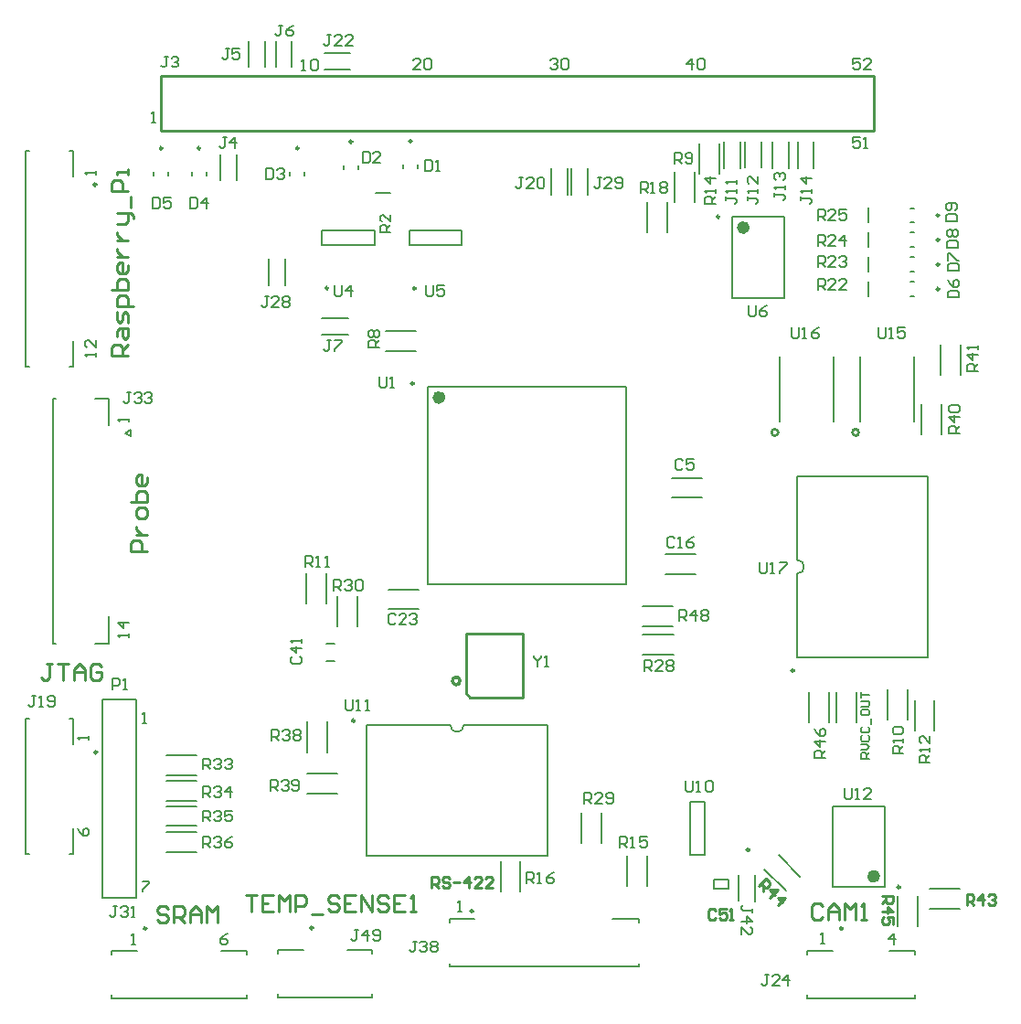
<source format=gto>
G04*
G04 #@! TF.GenerationSoftware,Altium Limited,Altium Designer,21.1.1 (26)*
G04*
G04 Layer_Color=65280*
%FSLAX44Y44*%
%MOMM*%
G71*
G04*
G04 #@! TF.SameCoordinates,DA55104B-334F-46BF-AAC2-A5A3D9E97D21*
G04*
G04*
G04 #@! TF.FilePolarity,Positive*
G04*
G01*
G75*
%ADD10C,0.2500*%
%ADD11C,0.6000*%
%ADD12C,0.3000*%
%ADD13C,0.2000*%
%ADD14C,0.2540*%
%ADD15C,0.1500*%
%ADD16C,0.1270*%
%ADD17C,0.1700*%
D10*
X368720Y34878D02*
G03*
X368720Y34878I-1250J0D01*
G01*
X764208Y57179D02*
G03*
X764208Y57179I-1250J0D01*
G01*
X256774Y747498D02*
G03*
X256774Y747498I-1250J0D01*
G01*
X116058Y741388D02*
G03*
X116058Y741388I-1250J0D01*
G01*
X81006D02*
G03*
X81006Y741388I-1250J0D01*
G01*
X311892Y747992D02*
G03*
X311892Y747992I-1250J0D01*
G01*
X207244Y741388D02*
G03*
X207244Y741388I-1250J0D01*
G01*
X800462Y610958D02*
G03*
X800462Y610958I-1250J0D01*
G01*
Y633733D02*
G03*
X800462Y633733I-1250J0D01*
G01*
Y656509D02*
G03*
X800462Y656509I-1250J0D01*
G01*
Y679284D02*
G03*
X800462Y679284I-1250J0D01*
G01*
X66125Y19000D02*
G03*
X66125Y19000I-1250J0D01*
G01*
X20374Y182085D02*
G03*
X20374Y182085I-1250J0D01*
G01*
X711000Y19000D02*
G03*
X711000Y19000I-1250J0D01*
G01*
X234559Y611894D02*
G03*
X234559Y611894I-1250J0D01*
G01*
X315582Y611717D02*
G03*
X315582Y611717I-1250J0D01*
G01*
X624611Y91790D02*
G03*
X624611Y91790I-1250J0D01*
G01*
X19750Y707750D02*
G03*
X19750Y707750I-1250J0D01*
G01*
X596968Y677922D02*
G03*
X596968Y677922I-1250J0D01*
G01*
X313842Y523594D02*
G03*
X313842Y523594I-1250J0D01*
G01*
X259084Y211304D02*
G03*
X259084Y211304I-1250J0D01*
G01*
X666087Y257770D02*
G03*
X666087Y257770I-1250J0D01*
G01*
X220398Y19470D02*
G03*
X220398Y19470I-1250J0D01*
G01*
D11*
X742708Y67179D02*
G03*
X742708Y67179I-3000J0D01*
G01*
X621968Y667922D02*
G03*
X621968Y667922I-3000J0D01*
G01*
X340092Y510594D02*
G03*
X340092Y510594I-3000J0D01*
G01*
D12*
X356505Y248135D02*
G03*
X356505Y248135I-3455J0D01*
G01*
D13*
X347484Y207304D02*
G03*
X360184Y207304I6350J0D01*
G01*
X668837Y347420D02*
G03*
X668837Y360120I0J6350D01*
G01*
X346970Y27378D02*
X369970D01*
X497970D02*
X521970D01*
Y-16622D02*
Y-13372D01*
Y24128D02*
Y27378D01*
X346970Y-16622D02*
X521970D01*
X346970D02*
Y-13372D01*
Y24128D02*
Y27378D01*
X762109Y20845D02*
Y48927D01*
X780692Y20845D02*
Y48927D01*
X791234Y55458D02*
X819316D01*
X791234Y36875D02*
X819316D01*
X638502Y73805D02*
X658359Y53948D01*
X651641Y86944D02*
X671498Y67087D01*
X701708Y132179D02*
X749707D01*
X701708Y57179D02*
X749707D01*
X701708D02*
Y132179D01*
X749707Y57179D02*
Y132179D01*
X248774Y721998D02*
Y725498D01*
X262274Y721998D02*
Y725498D01*
X108058Y715888D02*
Y719388D01*
X121558Y715888D02*
Y719388D01*
X73006Y715888D02*
Y719388D01*
X86506Y715888D02*
Y719388D01*
X303892Y722492D02*
Y725992D01*
X317392Y722492D02*
Y725992D01*
X199244Y715888D02*
Y719388D01*
X212744Y715888D02*
Y719388D01*
X773712Y617708D02*
X777212D01*
X773712Y604208D02*
X777212D01*
X773712Y640483D02*
X777212D01*
X773712Y626983D02*
X777212D01*
X773712Y663259D02*
X777212D01*
X773712Y649759D02*
X777212D01*
X773712Y686034D02*
X777212D01*
X773712Y672534D02*
X777212D01*
X33750Y-5250D02*
Y-2000D01*
Y-46000D02*
Y-42750D01*
Y-46000D02*
X158750D01*
Y-5250D02*
Y-2000D01*
Y-46000D02*
Y-42750D01*
X135250Y-2000D02*
X158750D01*
X33750D02*
X57250D01*
X-5126Y213210D02*
X-1876D01*
X-45876D02*
X-42626D01*
X-45876Y88210D02*
Y213210D01*
X-5126Y88210D02*
X-1876D01*
X-45876D02*
X-42626D01*
X-1876D02*
Y111710D01*
Y189710D02*
Y213210D01*
X678250Y-2000D02*
X701500D01*
X754500D02*
X777750D01*
Y-46000D02*
Y-42750D01*
Y-5250D02*
Y-2000D01*
X678250Y-46000D02*
X777750D01*
X678250D02*
Y-42750D01*
Y-5250D02*
Y-2000D01*
X228359Y651884D02*
X277359D01*
Y665465D01*
X228359D02*
X277359D01*
X228359Y651884D02*
Y665465D01*
X309382Y651708D02*
X358382D01*
Y665289D01*
X309382D02*
X358382D01*
X309382Y651708D02*
Y665289D01*
X583370Y86840D02*
Y135840D01*
X569790D02*
X583370D01*
X569790Y86840D02*
Y135840D01*
Y86840D02*
X583370D01*
X-5250Y739000D02*
X-2000D01*
X-46000D02*
X-42750D01*
X-46000Y539000D02*
Y739000D01*
X-5250Y539000D02*
X-2000D01*
X-46000D02*
X-42750D01*
X-2000D02*
Y562500D01*
Y715500D02*
Y739000D01*
X608968Y602922D02*
X656968D01*
X608968Y677922D02*
X656968D01*
Y602922D02*
Y677922D01*
X608968Y602922D02*
Y677922D01*
X232728Y266662D02*
X240728D01*
X232728Y282662D02*
X240728D01*
X327092Y337594D02*
Y520594D01*
X510092Y337594D02*
Y520594D01*
X327092D02*
X510092D01*
X327092Y337594D02*
X510092D01*
X25400Y47226D02*
X56896D01*
X25400D02*
Y230720D01*
X56896D01*
Y205574D02*
Y230720D01*
Y47226D02*
Y205574D01*
X525963Y291319D02*
X554045D01*
X525963Y272737D02*
X554045D01*
X468737Y97690D02*
Y125772D01*
X487319Y97690D02*
Y125772D01*
X261767Y298467D02*
Y326549D01*
X243185Y298467D02*
Y326549D01*
X84511Y155683D02*
X112593D01*
X84511Y137101D02*
X112593D01*
X84765Y108439D02*
X112847D01*
X84765Y89857D02*
X112847D01*
X233888Y182190D02*
Y210272D01*
X215305Y182190D02*
Y210272D01*
X214813Y143705D02*
X242895D01*
X214813Y162287D02*
X242895D01*
X287965Y572497D02*
X316047D01*
X287965Y553915D02*
X316047D01*
X596824Y717515D02*
Y745597D01*
X578242Y717515D02*
Y745597D01*
X529697Y663211D02*
Y691293D01*
X548279Y663211D02*
Y691293D01*
X802787Y476775D02*
Y504857D01*
X784205Y476775D02*
Y504857D01*
X820567Y531756D02*
Y559838D01*
X801985Y531756D02*
Y559838D01*
X704851Y210060D02*
Y238142D01*
X723433Y210060D02*
Y238142D01*
X698308Y209821D02*
Y237903D01*
X679726Y209821D02*
Y237903D01*
X84765Y132315D02*
X112847D01*
X84765Y113733D02*
X112847D01*
X525572Y298645D02*
X553654D01*
X525572Y317227D02*
X553654D01*
X84511Y179051D02*
X112593D01*
X84511Y160469D02*
X112593D01*
X213779Y320049D02*
Y348131D01*
X232361Y320049D02*
Y348131D01*
X574143Y691651D02*
Y719733D01*
X555561Y691651D02*
Y719733D01*
X510924Y57929D02*
Y86011D01*
X529506Y57929D02*
Y86011D01*
X412643Y52849D02*
Y80931D01*
X394061Y52849D02*
Y80931D01*
X752455Y212129D02*
Y240211D01*
X771037Y212129D02*
Y240211D01*
X796162Y202455D02*
Y230537D01*
X777580Y202455D02*
Y230537D01*
X552470Y417747D02*
X580592D01*
X552470Y435869D02*
X580592D01*
X547025Y347389D02*
X575147D01*
X547025Y365511D02*
X575147D01*
X290485Y332745D02*
X318607D01*
X290485Y314623D02*
X318607D01*
X269834Y207304D02*
X347484D01*
X360184D02*
X437834D01*
X269834Y86304D02*
X437834D01*
X269834D02*
Y207304D01*
X437834Y86304D02*
Y207304D01*
X668837Y269770D02*
Y347420D01*
Y360120D02*
Y437770D01*
X789837Y269770D02*
Y437770D01*
X668837Y269770D02*
X789837D01*
X668837Y437770D02*
X789837D01*
X727243Y488228D02*
Y548228D01*
X777343Y488228D02*
Y548228D01*
X652435Y488228D02*
Y548228D01*
X702535Y488228D02*
Y548228D01*
X278599Y700118D02*
X292100D01*
X734432Y604100D02*
Y617601D01*
Y627045D02*
Y640545D01*
Y649989D02*
Y663490D01*
Y672934D02*
Y686435D01*
X591932Y55905D02*
Y64033D01*
X605432D01*
Y55905D02*
Y64033D01*
X591932Y55905D02*
X605432D01*
X188148Y-4530D02*
Y-1280D01*
Y-45280D02*
Y-42030D01*
Y-45280D02*
X275148D01*
Y-4530D02*
Y-1280D01*
Y-45280D02*
Y-42030D01*
X251898Y-1280D02*
X275148D01*
X188148D02*
X211398D01*
X49816Y288346D02*
Y291678D01*
Y290012D01*
X39819D01*
X41485Y288346D01*
X49816Y301675D02*
X39819D01*
X44818Y296677D01*
Y303341D01*
X49816Y487990D02*
Y491322D01*
Y489656D01*
X39819D01*
X41485Y487990D01*
X2753Y111414D02*
X4419Y108082D01*
X7752Y104750D01*
X11084D01*
X12750Y106416D01*
Y109748D01*
X11084Y111414D01*
X9418D01*
X7752Y109748D01*
Y104750D01*
X727485Y751479D02*
X720820D01*
Y746480D01*
X724152Y748147D01*
X725818D01*
X727485Y746480D01*
Y743148D01*
X725818Y741482D01*
X722486D01*
X720820Y743148D01*
X730817Y741482D02*
X734149D01*
X732483D01*
Y751479D01*
X730817Y749813D01*
X727485Y824377D02*
X720820D01*
Y819378D01*
X724152Y821044D01*
X725818D01*
X727485Y819378D01*
Y816046D01*
X725818Y814380D01*
X722486D01*
X720820Y816046D01*
X737481Y814380D02*
X730817D01*
X737481Y821044D01*
Y822711D01*
X735815Y824377D01*
X732483D01*
X730817Y822711D01*
X571640Y814380D02*
Y824377D01*
X566642Y819378D01*
X573307D01*
X576639Y822711D02*
X578305Y824377D01*
X581637D01*
X583303Y822711D01*
Y816046D01*
X581637Y814380D01*
X578305D01*
X576639Y816046D01*
Y822711D01*
X440150D02*
X441816Y824377D01*
X445148D01*
X446814Y822711D01*
Y821044D01*
X445148Y819378D01*
X443482D01*
X445148D01*
X446814Y817712D01*
Y816046D01*
X445148Y814380D01*
X441816D01*
X440150Y816046D01*
X450147Y822711D02*
X451813Y824377D01*
X455145D01*
X456811Y822711D01*
Y816046D01*
X455145Y814380D01*
X451813D01*
X450147Y816046D01*
Y822711D01*
X320069Y814380D02*
X313404D01*
X320069Y821044D01*
Y822711D01*
X318402Y824377D01*
X315070D01*
X313404Y822711D01*
X323401D02*
X325067Y824377D01*
X328399D01*
X330065Y822711D01*
Y816046D01*
X328399Y814380D01*
X325067D01*
X323401Y816046D01*
Y822711D01*
X209772Y813872D02*
X213104D01*
X211438D01*
Y823869D01*
X209772Y822203D01*
X218103D02*
X219769Y823869D01*
X223101D01*
X224767Y822203D01*
Y815538D01*
X223101Y813872D01*
X219769D01*
X218103Y815538D01*
Y822203D01*
X19243Y717009D02*
Y720341D01*
Y718675D01*
X9246D01*
X10912Y717009D01*
X19243Y548353D02*
Y551685D01*
Y550019D01*
X9246D01*
X10912Y548353D01*
X19243Y563348D02*
Y556683D01*
X12578Y563348D01*
X10912D01*
X9246Y561682D01*
Y558349D01*
X10912Y556683D01*
X12750Y193500D02*
Y196832D01*
Y195166D01*
X2753D01*
X4419Y193500D01*
X62198Y62885D02*
X68863D01*
Y61219D01*
X62198Y54554D01*
Y52888D01*
X141252Y13863D02*
X137920Y12197D01*
X134588Y8864D01*
Y5532D01*
X136254Y3866D01*
X139586D01*
X141252Y5532D01*
Y7198D01*
X139586Y8864D01*
X134588D01*
X758330Y3866D02*
Y13863D01*
X753332Y8864D01*
X759996D01*
X690848Y4882D02*
X694180D01*
X692514D01*
Y14879D01*
X690848Y13213D01*
X71342Y765612D02*
X74674D01*
X73008D01*
Y775609D01*
X71342Y773943D01*
X62198Y208844D02*
X65530D01*
X63864D01*
Y218841D01*
X62198Y217175D01*
X355060Y34854D02*
X358392D01*
X356726D01*
Y44851D01*
X355060Y43185D01*
X52038Y3866D02*
X55370D01*
X53704D01*
Y13863D01*
X52038Y12197D01*
X712665Y148983D02*
Y140652D01*
X714331Y138986D01*
X717663D01*
X719329Y140652D01*
Y148983D01*
X722661Y138986D02*
X725994D01*
X724328D01*
Y148983D01*
X722661Y147317D01*
X737657Y138986D02*
X730992D01*
X737657Y145651D01*
Y147317D01*
X735991Y148983D01*
X732658D01*
X730992Y147317D01*
X237176Y846080D02*
X233843D01*
X235509D01*
Y837750D01*
X233843Y836084D01*
X232177D01*
X230511Y837750D01*
X247172Y836084D02*
X240508D01*
X247172Y842748D01*
Y844414D01*
X245506Y846080D01*
X242174D01*
X240508Y844414D01*
X257169Y836084D02*
X250504D01*
X257169Y842748D01*
Y844414D01*
X255503Y846080D01*
X252171D01*
X250504Y844414D01*
X791869Y172419D02*
X781872D01*
Y177418D01*
X783538Y179084D01*
X786871D01*
X788537Y177418D01*
Y172419D01*
Y175752D02*
X791869Y179084D01*
Y182416D02*
Y185748D01*
Y184082D01*
X781872D01*
X783538Y182416D01*
X791869Y197411D02*
Y190747D01*
X785205Y197411D01*
X783538D01*
X781872Y195745D01*
Y192413D01*
X783538Y190747D01*
X767252Y180886D02*
X757256D01*
Y185884D01*
X758922Y187551D01*
X762254D01*
X763920Y185884D01*
Y180886D01*
Y184218D02*
X767252Y187551D01*
Y190883D02*
Y194215D01*
Y192549D01*
X757256D01*
X758922Y190883D01*
Y199214D02*
X757256Y200880D01*
Y204212D01*
X758922Y205878D01*
X765586D01*
X767252Y204212D01*
Y200880D01*
X765586Y199214D01*
X758922D01*
X565770Y155806D02*
Y147475D01*
X567436Y145809D01*
X570768D01*
X572434Y147475D01*
Y155806D01*
X575766Y145809D02*
X579099D01*
X577433D01*
Y155806D01*
X575766Y154139D01*
X584097D02*
X585763Y155806D01*
X589095D01*
X590762Y154139D01*
Y147475D01*
X589095Y145809D01*
X585763D01*
X584097Y147475D01*
Y154139D01*
X418542Y60876D02*
Y70872D01*
X423540D01*
X425206Y69206D01*
Y65874D01*
X423540Y64208D01*
X418542D01*
X421874D02*
X425206Y60876D01*
X428539D02*
X431871D01*
X430205D01*
Y70872D01*
X428539Y69206D01*
X443534Y70872D02*
X440202Y69206D01*
X436870Y65874D01*
Y62542D01*
X438536Y60876D01*
X441868D01*
X443534Y62542D01*
Y64208D01*
X441868Y65874D01*
X436870D01*
X504902Y93896D02*
Y103892D01*
X509900D01*
X511567Y102226D01*
Y98894D01*
X509900Y97228D01*
X504902D01*
X508234D02*
X511567Y93896D01*
X514899D02*
X518231D01*
X516565D01*
Y103892D01*
X514899Y102226D01*
X529894Y103892D02*
X523229D01*
Y98894D01*
X526562Y100560D01*
X528228D01*
X529894Y98894D01*
Y95562D01*
X528228Y93896D01*
X524896D01*
X523229Y95562D01*
X555154Y727160D02*
Y737156D01*
X560153D01*
X561819Y735490D01*
Y732158D01*
X560153Y730492D01*
X555154D01*
X558486D02*
X561819Y727160D01*
X565151Y728826D02*
X566817Y727160D01*
X570149D01*
X571815Y728826D01*
Y735490D01*
X570149Y737156D01*
X566817D01*
X565151Y735490D01*
Y733824D01*
X566817Y732158D01*
X571815D01*
X262575Y17532D02*
X259243D01*
X260909D01*
Y9202D01*
X259243Y7536D01*
X257577D01*
X255911Y9202D01*
X270906Y7536D02*
Y17532D01*
X265908Y12534D01*
X272572D01*
X275905Y9202D02*
X277571Y7536D01*
X280903D01*
X282569Y9202D01*
Y15866D01*
X280903Y17532D01*
X277571D01*
X275905Y15866D01*
Y14200D01*
X277571Y12534D01*
X282569D01*
X627193Y33418D02*
Y36750D01*
Y35084D01*
X618862D01*
X617196Y36750D01*
Y38416D01*
X618862Y40082D01*
X617196Y25087D02*
X627193D01*
X622195Y30086D01*
Y23421D01*
X617196Y13424D02*
Y20089D01*
X623861Y13424D01*
X625527D01*
X627193Y15090D01*
Y18423D01*
X625527Y20089D01*
X316169Y7030D02*
X312837D01*
X314503D01*
Y-1300D01*
X312837Y-2966D01*
X311171D01*
X309505Y-1300D01*
X319502Y5364D02*
X321168Y7030D01*
X324500D01*
X326166Y5364D01*
Y3698D01*
X324500Y2032D01*
X322834D01*
X324500D01*
X326166Y366D01*
Y-1300D01*
X324500Y-2966D01*
X321168D01*
X319502Y-1300D01*
X329498Y5364D02*
X331165Y7030D01*
X334497D01*
X336163Y5364D01*
Y3698D01*
X334497Y2032D01*
X336163Y366D01*
Y-1300D01*
X334497Y-2966D01*
X331165D01*
X329498Y-1300D01*
Y366D01*
X331165Y2032D01*
X329498Y3698D01*
Y5364D01*
X331165Y2032D02*
X334497D01*
X487194Y714128D02*
X483862D01*
X485528D01*
Y705798D01*
X483862Y704131D01*
X482196D01*
X480530Y705798D01*
X497191Y704131D02*
X490527D01*
X497191Y710796D01*
Y712462D01*
X495525Y714128D01*
X492193D01*
X490527Y712462D01*
X500523Y705798D02*
X502189Y704131D01*
X505522D01*
X507188Y705798D01*
Y712462D01*
X505522Y714128D01*
X502189D01*
X500523Y712462D01*
Y710796D01*
X502189Y709130D01*
X507188D01*
X179009Y604526D02*
X175677D01*
X177343D01*
Y596196D01*
X175677Y594530D01*
X174011D01*
X172345Y596196D01*
X189006Y594530D02*
X182342D01*
X189006Y601194D01*
Y602860D01*
X187340Y604526D01*
X184008D01*
X182342Y602860D01*
X192339D02*
X194005Y604526D01*
X197337D01*
X199003Y602860D01*
Y601194D01*
X197337Y599528D01*
X199003Y597862D01*
Y596196D01*
X197337Y594530D01*
X194005D01*
X192339Y596196D01*
Y597862D01*
X194005Y599528D01*
X192339Y601194D01*
Y602860D01*
X194005Y599528D02*
X197337D01*
X414667Y714058D02*
X411335D01*
X413001D01*
Y705728D01*
X411335Y704062D01*
X409669D01*
X408003Y705728D01*
X424664Y704062D02*
X418000D01*
X424664Y710726D01*
Y712392D01*
X422998Y714058D01*
X419666D01*
X418000Y712392D01*
X427996D02*
X429663Y714058D01*
X432995D01*
X434661Y712392D01*
Y705728D01*
X432995Y704062D01*
X429663D01*
X427996Y705728D01*
Y712392D01*
X236781Y563897D02*
X233449D01*
X235115D01*
Y555566D01*
X233449Y553900D01*
X231783D01*
X230117Y555566D01*
X240113Y563897D02*
X246778D01*
Y562231D01*
X240113Y555566D01*
Y553900D01*
X213198Y353992D02*
Y363988D01*
X218197D01*
X219863Y362322D01*
Y358990D01*
X218197Y357324D01*
X213198D01*
X216530D02*
X219863Y353992D01*
X223195D02*
X226527D01*
X224861D01*
Y363988D01*
X223195Y362322D01*
X231526Y353992D02*
X234858D01*
X233192D01*
Y363988D01*
X231526Y362322D01*
X51295Y515438D02*
X47963D01*
X49629D01*
Y507108D01*
X47963Y505442D01*
X46297D01*
X44631Y507108D01*
X54628Y513772D02*
X56294Y515438D01*
X59626D01*
X61292Y513772D01*
Y512106D01*
X59626Y510440D01*
X57960D01*
X59626D01*
X61292Y508774D01*
Y507108D01*
X59626Y505442D01*
X56294D01*
X54628Y507108D01*
X64625Y513772D02*
X66291Y515438D01*
X69623D01*
X71289Y513772D01*
Y512106D01*
X69623Y510440D01*
X67957D01*
X69623D01*
X71289Y508774D01*
Y507108D01*
X69623Y505442D01*
X66291D01*
X64625Y507108D01*
X-36820Y234194D02*
X-40152D01*
X-38486D01*
Y225864D01*
X-40152Y224198D01*
X-41818D01*
X-43484Y225864D01*
X-33487Y224198D02*
X-30155D01*
X-31821D01*
Y234194D01*
X-33487Y232528D01*
X-25157Y225864D02*
X-23490Y224198D01*
X-20158D01*
X-18492Y225864D01*
Y232528D01*
X-20158Y234194D01*
X-23490D01*
X-25157Y232528D01*
Y230862D01*
X-23490Y229196D01*
X-18492D01*
X118751Y166286D02*
Y176282D01*
X123749D01*
X125415Y174616D01*
Y171284D01*
X123749Y169618D01*
X118751D01*
X122083D02*
X125415Y166286D01*
X128748Y174616D02*
X130414Y176282D01*
X133746D01*
X135412Y174616D01*
Y172950D01*
X133746Y171284D01*
X132080D01*
X133746D01*
X135412Y169618D01*
Y167952D01*
X133746Y166286D01*
X130414D01*
X128748Y167952D01*
X138744Y174616D02*
X140411Y176282D01*
X143743D01*
X145409Y174616D01*
Y172950D01*
X143743Y171284D01*
X142077D01*
X143743D01*
X145409Y169618D01*
Y167952D01*
X143743Y166286D01*
X140411D01*
X138744Y167952D01*
X559949Y304208D02*
Y314204D01*
X564947D01*
X566614Y312538D01*
Y309206D01*
X564947Y307540D01*
X559949D01*
X563281D02*
X566614Y304208D01*
X574944D02*
Y314204D01*
X569946Y309206D01*
X576610D01*
X579943Y312538D02*
X581609Y314204D01*
X584941D01*
X586607Y312538D01*
Y310872D01*
X584941Y309206D01*
X586607Y307540D01*
Y305874D01*
X584941Y304208D01*
X581609D01*
X579943Y305874D01*
Y307540D01*
X581609Y309206D01*
X579943Y310872D01*
Y312538D01*
X581609Y309206D02*
X584941D01*
X634169Y357784D02*
Y349454D01*
X635835Y347788D01*
X639167D01*
X640833Y349454D01*
Y357784D01*
X644166Y347788D02*
X647498D01*
X645832D01*
Y357784D01*
X644166Y356118D01*
X652496Y357784D02*
X659161D01*
Y356118D01*
X652496Y349454D01*
Y347788D01*
X250698Y230825D02*
Y222494D01*
X252364Y220828D01*
X255697D01*
X257363Y222494D01*
Y230825D01*
X260695Y220828D02*
X264027D01*
X262361D01*
Y230825D01*
X260695Y229159D01*
X269026Y220828D02*
X272358D01*
X270692D01*
Y230825D01*
X269026Y229159D01*
X281880Y529596D02*
Y521266D01*
X283546Y519600D01*
X286878D01*
X288544Y521266D01*
Y529596D01*
X291876Y519600D02*
X295208D01*
X293542D01*
Y529596D01*
X291876Y527930D01*
X118751Y118026D02*
Y128022D01*
X123749D01*
X125415Y126356D01*
Y123024D01*
X123749Y121358D01*
X118751D01*
X122083D02*
X125415Y118026D01*
X128748Y126356D02*
X130414Y128022D01*
X133746D01*
X135412Y126356D01*
Y124690D01*
X133746Y123024D01*
X132080D01*
X133746D01*
X135412Y121358D01*
Y119692D01*
X133746Y118026D01*
X130414D01*
X128748Y119692D01*
X145409Y128022D02*
X138744D01*
Y123024D01*
X142077Y124690D01*
X143743D01*
X145409Y123024D01*
Y119692D01*
X143743Y118026D01*
X140411D01*
X138744Y119692D01*
X687965Y675048D02*
Y685044D01*
X692963D01*
X694630Y683378D01*
Y680046D01*
X692963Y678380D01*
X687965D01*
X691297D02*
X694630Y675048D01*
X704626D02*
X697962D01*
X704626Y681712D01*
Y683378D01*
X702960Y685044D01*
X699628D01*
X697962Y683378D01*
X714623Y685044D02*
X707959D01*
Y680046D01*
X711291Y681712D01*
X712957D01*
X714623Y680046D01*
Y676714D01*
X712957Y675048D01*
X709625D01*
X707959Y676714D01*
X687965Y651172D02*
Y661168D01*
X692963D01*
X694630Y659502D01*
Y656170D01*
X692963Y654504D01*
X687965D01*
X691297D02*
X694630Y651172D01*
X704626D02*
X697962D01*
X704626Y657836D01*
Y659502D01*
X702960Y661168D01*
X699628D01*
X697962Y659502D01*
X712957Y651172D02*
Y661168D01*
X707959Y656170D01*
X714623D01*
X687965Y631666D02*
Y641662D01*
X692963D01*
X694630Y639996D01*
Y636664D01*
X692963Y634998D01*
X687965D01*
X691297D02*
X694630Y631666D01*
X704626D02*
X697962D01*
X704626Y638330D01*
Y639996D01*
X702960Y641662D01*
X699628D01*
X697962Y639996D01*
X707959D02*
X709625Y641662D01*
X712957D01*
X714623Y639996D01*
Y638330D01*
X712957Y636664D01*
X711291D01*
X712957D01*
X714623Y634998D01*
Y633332D01*
X712957Y631666D01*
X709625D01*
X707959Y633332D01*
X687965Y610024D02*
Y620020D01*
X692963D01*
X694630Y618354D01*
Y615022D01*
X692963Y613356D01*
X687965D01*
X691297D02*
X694630Y610024D01*
X704626D02*
X697962D01*
X704626Y616688D01*
Y618354D01*
X702960Y620020D01*
X699628D01*
X697962Y618354D01*
X714623Y610024D02*
X707959D01*
X714623Y616688D01*
Y618354D01*
X712957Y620020D01*
X709625D01*
X707959Y618354D01*
X807040Y674001D02*
X817036D01*
Y679000D01*
X815370Y680666D01*
X808706D01*
X807040Y679000D01*
Y674001D01*
X815370Y683998D02*
X817036Y685664D01*
Y688997D01*
X815370Y690663D01*
X808706D01*
X807040Y688997D01*
Y685664D01*
X808706Y683998D01*
X810372D01*
X812038Y685664D01*
Y690663D01*
X807802Y649363D02*
X817798D01*
Y654362D01*
X816132Y656028D01*
X809468D01*
X807802Y654362D01*
Y649363D01*
X809468Y659360D02*
X807802Y661026D01*
Y664359D01*
X809468Y666025D01*
X811134D01*
X812800Y664359D01*
X814466Y666025D01*
X816132D01*
X817798Y664359D01*
Y661026D01*
X816132Y659360D01*
X814466D01*
X812800Y661026D01*
X811134Y659360D01*
X809468D01*
X812800Y661026D02*
Y664359D01*
X808564Y627773D02*
X818560D01*
Y632772D01*
X816894Y634438D01*
X810230D01*
X808564Y632772D01*
Y627773D01*
Y637770D02*
Y644435D01*
X810230D01*
X816894Y637770D01*
X818560D01*
X808564Y603135D02*
X818560D01*
Y608134D01*
X816894Y609800D01*
X810230D01*
X808564Y608134D01*
Y603135D01*
Y619797D02*
X810230Y616464D01*
X813562Y613132D01*
X816894D01*
X818560Y614798D01*
Y618130D01*
X816894Y619797D01*
X815228D01*
X813562Y618130D01*
Y613132D01*
X176919Y722684D02*
Y712687D01*
X181918D01*
X183584Y714353D01*
Y721018D01*
X181918Y722684D01*
X176919D01*
X186916Y721018D02*
X188582Y722684D01*
X191914D01*
X193580Y721018D01*
Y719352D01*
X191914Y717686D01*
X190248D01*
X191914D01*
X193580Y716020D01*
Y714353D01*
X191914Y712687D01*
X188582D01*
X186916Y714353D01*
X663906Y575570D02*
Y567240D01*
X665572Y565574D01*
X668904D01*
X670571Y567240D01*
Y575570D01*
X673903Y565574D02*
X677235D01*
X675569D01*
Y575570D01*
X673903Y573904D01*
X688898Y575570D02*
X685566Y573904D01*
X682234Y570572D01*
Y567240D01*
X683900Y565574D01*
X687232D01*
X688898Y567240D01*
Y568906D01*
X687232Y570572D01*
X682234D01*
X743916Y575570D02*
Y567240D01*
X745582Y565574D01*
X748914D01*
X750581Y567240D01*
Y575570D01*
X753913Y565574D02*
X757245D01*
X755579D01*
Y575570D01*
X753913Y573904D01*
X768908Y575570D02*
X762243D01*
Y570572D01*
X765576Y572238D01*
X767242D01*
X768908Y570572D01*
Y567240D01*
X767242Y565574D01*
X763910D01*
X762243Y567240D01*
X623875Y595636D02*
Y587306D01*
X625541Y585640D01*
X628874D01*
X630540Y587306D01*
Y595636D01*
X640537D02*
X637204Y593970D01*
X633872Y590638D01*
Y587306D01*
X635538Y585640D01*
X638871D01*
X640537Y587306D01*
Y588972D01*
X638871Y590638D01*
X633872D01*
X324917Y614178D02*
Y605848D01*
X326584Y604182D01*
X329916D01*
X331582Y605848D01*
Y614178D01*
X341579D02*
X334914D01*
Y609180D01*
X338246Y610846D01*
X339912D01*
X341579Y609180D01*
Y605848D01*
X339912Y604182D01*
X336580D01*
X334914Y605848D01*
X240589Y614686D02*
Y606356D01*
X242255Y604690D01*
X245588D01*
X247254Y606356D01*
Y614686D01*
X255585Y604690D02*
Y614686D01*
X250586Y609688D01*
X257251D01*
X694594Y177112D02*
X684597D01*
Y182111D01*
X686264Y183777D01*
X689596D01*
X691262Y182111D01*
Y177112D01*
Y180445D02*
X694594Y183777D01*
Y192107D02*
X684597D01*
X689596Y187109D01*
Y193774D01*
X684597Y203770D02*
X686264Y200438D01*
X689596Y197106D01*
X692928D01*
X694594Y198772D01*
Y202104D01*
X692928Y203770D01*
X691262D01*
X689596Y202104D01*
Y197106D01*
X836086Y535287D02*
X826090D01*
Y540285D01*
X827756Y541952D01*
X831088D01*
X832754Y540285D01*
Y535287D01*
Y538619D02*
X836086Y541952D01*
Y550282D02*
X826090D01*
X831088Y545284D01*
Y551948D01*
X836086Y555281D02*
Y558613D01*
Y556947D01*
X826090D01*
X827756Y555281D01*
X819576Y477233D02*
X809580D01*
Y482231D01*
X811246Y483898D01*
X814578D01*
X816244Y482231D01*
Y477233D01*
Y480565D02*
X819576Y483898D01*
Y492228D02*
X809580D01*
X814578Y487230D01*
Y493894D01*
X811246Y497226D02*
X809580Y498893D01*
Y502225D01*
X811246Y503891D01*
X817910D01*
X819576Y502225D01*
Y498893D01*
X817910Y497226D01*
X811246D01*
X523674Y699812D02*
Y709809D01*
X528673D01*
X530339Y708142D01*
Y704810D01*
X528673Y703144D01*
X523674D01*
X527006D02*
X530339Y699812D01*
X533671D02*
X537003D01*
X535337D01*
Y709809D01*
X533671Y708142D01*
X542002D02*
X543668Y709809D01*
X547000D01*
X548666Y708142D01*
Y706476D01*
X547000Y704810D01*
X548666Y703144D01*
Y701478D01*
X547000Y699812D01*
X543668D01*
X542002Y701478D01*
Y703144D01*
X543668Y704810D01*
X542002Y706476D01*
Y708142D01*
X543668Y704810D02*
X547000D01*
X593008Y690156D02*
X583012D01*
Y695154D01*
X584678Y696821D01*
X588010D01*
X589676Y695154D01*
Y690156D01*
Y693488D02*
X593008Y696821D01*
Y700153D02*
Y703485D01*
Y701819D01*
X583012D01*
X584678Y700153D01*
X593008Y713482D02*
X583012D01*
X588010Y708484D01*
Y715148D01*
X281604Y556653D02*
X271608D01*
Y561652D01*
X273274Y563318D01*
X276606D01*
X278272Y561652D01*
Y556653D01*
Y559986D02*
X281604Y563318D01*
X273274Y566650D02*
X271608Y568316D01*
Y571648D01*
X273274Y573315D01*
X274940D01*
X276606Y571648D01*
X278272Y573315D01*
X279938D01*
X281604Y571648D01*
Y568316D01*
X279938Y566650D01*
X278272D01*
X276606Y568316D01*
X274940Y566650D01*
X273274D01*
X276606Y568316D02*
Y571648D01*
X292290Y663367D02*
X282293D01*
Y668365D01*
X283959Y670032D01*
X287292D01*
X288958Y668365D01*
Y663367D01*
Y666699D02*
X292290Y670032D01*
Y680028D02*
Y673364D01*
X285625Y680028D01*
X283959D01*
X282293Y678362D01*
Y675030D01*
X283959Y673364D01*
X672420Y696821D02*
Y693488D01*
Y695154D01*
X680750D01*
X682416Y693488D01*
Y691822D01*
X680750Y690156D01*
X682416Y700153D02*
Y703485D01*
Y701819D01*
X672420D01*
X674086Y700153D01*
X682416Y713482D02*
X672420D01*
X677418Y708484D01*
Y715148D01*
X647782Y700123D02*
Y696790D01*
Y698456D01*
X656112D01*
X657778Y696790D01*
Y695124D01*
X656112Y693458D01*
X657778Y703455D02*
Y706787D01*
Y705121D01*
X647782D01*
X649448Y703455D01*
Y711786D02*
X647782Y713452D01*
Y716784D01*
X649448Y718450D01*
X651114D01*
X652780Y716784D01*
Y715118D01*
Y716784D01*
X654446Y718450D01*
X656112D01*
X657778Y716784D01*
Y713452D01*
X656112Y711786D01*
X622636Y696821D02*
Y693488D01*
Y695154D01*
X630966D01*
X632632Y693488D01*
Y691822D01*
X630966Y690156D01*
X632632Y700153D02*
Y703485D01*
Y701819D01*
X622636D01*
X624302Y700153D01*
X632632Y715148D02*
Y708484D01*
X625968Y715148D01*
X624302D01*
X622636Y713482D01*
Y710150D01*
X624302Y708484D01*
X603078Y696821D02*
Y693488D01*
Y695154D01*
X611408D01*
X613074Y693488D01*
Y691822D01*
X611408Y690156D01*
X613074Y700153D02*
Y703485D01*
Y701819D01*
X603078D01*
X604744Y700153D01*
X613074Y708483D02*
Y711816D01*
Y710150D01*
X603078D01*
X604744Y708483D01*
X191907Y855363D02*
X188575D01*
X190241D01*
Y847032D01*
X188575Y845366D01*
X186909D01*
X185243Y847032D01*
X201904Y855363D02*
X198572Y853697D01*
X195239Y850364D01*
Y847032D01*
X196905Y845366D01*
X200238D01*
X201904Y847032D01*
Y848698D01*
X200238Y850364D01*
X195239D01*
X142606Y833634D02*
X139274D01*
X140940D01*
Y825304D01*
X139274Y823638D01*
X137607D01*
X135941Y825304D01*
X152603Y833634D02*
X145938D01*
Y828636D01*
X149270Y830302D01*
X150936D01*
X152603Y828636D01*
Y825304D01*
X150936Y823638D01*
X147604D01*
X145938Y825304D01*
X85913Y826455D02*
X82581D01*
X84247D01*
Y818124D01*
X82581Y816458D01*
X80914D01*
X79248Y818124D01*
X89245Y824789D02*
X90911Y826455D01*
X94243D01*
X95910Y824789D01*
Y823122D01*
X94243Y821456D01*
X92577D01*
X94243D01*
X95910Y819790D01*
Y818124D01*
X94243Y816458D01*
X90911D01*
X89245Y818124D01*
X324044Y730256D02*
Y720260D01*
X329042D01*
X330708Y721926D01*
Y728590D01*
X329042Y730256D01*
X324044D01*
X334040Y720260D02*
X337373D01*
X335706D01*
Y730256D01*
X334040Y728590D01*
X71933Y695712D02*
Y685716D01*
X76932D01*
X78598Y687382D01*
Y694046D01*
X76932Y695712D01*
X71933D01*
X88595D02*
X81930D01*
Y690714D01*
X85262Y692380D01*
X86929D01*
X88595Y690714D01*
Y687382D01*
X86929Y685716D01*
X83596D01*
X81930Y687382D01*
X106731Y695712D02*
Y685716D01*
X111730D01*
X113396Y687382D01*
Y694046D01*
X111730Y695712D01*
X106731D01*
X121727Y685716D02*
Y695712D01*
X116728Y690714D01*
X123393D01*
X266319Y737833D02*
Y727836D01*
X271318D01*
X272984Y729502D01*
Y736167D01*
X271318Y737833D01*
X266319D01*
X282980Y727836D02*
X276316D01*
X282980Y734500D01*
Y736167D01*
X281314Y737833D01*
X277982D01*
X276316Y736167D01*
X424882Y271786D02*
Y270120D01*
X428214Y266788D01*
X431546Y270120D01*
Y271786D01*
X428214Y266788D02*
Y261790D01*
X434878D02*
X438210D01*
X436544D01*
Y271786D01*
X434878Y270120D01*
X180981Y146474D02*
Y156470D01*
X185979D01*
X187645Y154804D01*
Y151472D01*
X185979Y149806D01*
X180981D01*
X184313D02*
X187645Y146474D01*
X190978Y154804D02*
X192644Y156470D01*
X195976D01*
X197642Y154804D01*
Y153138D01*
X195976Y151472D01*
X194310D01*
X195976D01*
X197642Y149806D01*
Y148140D01*
X195976Y146474D01*
X192644D01*
X190978Y148140D01*
X200975D02*
X202641Y146474D01*
X205973D01*
X207639Y148140D01*
Y154804D01*
X205973Y156470D01*
X202641D01*
X200975Y154804D01*
Y153138D01*
X202641Y151472D01*
X207639D01*
X182057Y193147D02*
Y203144D01*
X187056D01*
X188722Y201478D01*
Y198146D01*
X187056Y196479D01*
X182057D01*
X185390D02*
X188722Y193147D01*
X192054Y201478D02*
X193720Y203144D01*
X197053D01*
X198719Y201478D01*
Y199812D01*
X197053Y198146D01*
X195387D01*
X197053D01*
X198719Y196479D01*
Y194813D01*
X197053Y193147D01*
X193720D01*
X192054Y194813D01*
X202051Y201478D02*
X203717Y203144D01*
X207049D01*
X208715Y201478D01*
Y199812D01*
X207049Y198146D01*
X208715Y196479D01*
Y194813D01*
X207049Y193147D01*
X203717D01*
X202051Y194813D01*
Y196479D01*
X203717Y198146D01*
X202051Y199812D01*
Y201478D01*
X203717Y198146D02*
X207049D01*
X118751Y94150D02*
Y104146D01*
X123749D01*
X125415Y102480D01*
Y99148D01*
X123749Y97482D01*
X118751D01*
X122083D02*
X125415Y94150D01*
X128748Y102480D02*
X130414Y104146D01*
X133746D01*
X135412Y102480D01*
Y100814D01*
X133746Y99148D01*
X132080D01*
X133746D01*
X135412Y97482D01*
Y95816D01*
X133746Y94150D01*
X130414D01*
X128748Y95816D01*
X145409Y104146D02*
X142077Y102480D01*
X138744Y99148D01*
Y95816D01*
X140411Y94150D01*
X143743D01*
X145409Y95816D01*
Y97482D01*
X143743Y99148D01*
X138744D01*
X118497Y140632D02*
Y150628D01*
X123495D01*
X125162Y148962D01*
Y145630D01*
X123495Y143964D01*
X118497D01*
X121829D02*
X125162Y140632D01*
X128494Y148962D02*
X130160Y150628D01*
X133492D01*
X135158Y148962D01*
Y147296D01*
X133492Y145630D01*
X131826D01*
X133492D01*
X135158Y143964D01*
Y142298D01*
X133492Y140632D01*
X130160D01*
X128494Y142298D01*
X143489Y140632D02*
Y150628D01*
X138490Y145630D01*
X145155D01*
X239909Y331640D02*
Y341636D01*
X244907D01*
X246574Y339970D01*
Y336638D01*
X244907Y334972D01*
X239909D01*
X243241D02*
X246574Y331640D01*
X249906Y339970D02*
X251572Y341636D01*
X254904D01*
X256570Y339970D01*
Y338304D01*
X254904Y336638D01*
X253238D01*
X254904D01*
X256570Y334972D01*
Y333306D01*
X254904Y331640D01*
X251572D01*
X249906Y333306D01*
X259902Y339970D02*
X261569Y341636D01*
X264901D01*
X266567Y339970D01*
Y333306D01*
X264901Y331640D01*
X261569D01*
X259902Y333306D01*
Y339970D01*
X471811Y134536D02*
Y144532D01*
X476809D01*
X478475Y142866D01*
Y139534D01*
X476809Y137868D01*
X471811D01*
X475143D02*
X478475Y134536D01*
X488472D02*
X481808D01*
X488472Y141200D01*
Y142866D01*
X486806Y144532D01*
X483474D01*
X481808Y142866D01*
X491805Y136202D02*
X493471Y134536D01*
X496803D01*
X498469Y136202D01*
Y142866D01*
X496803Y144532D01*
X493471D01*
X491805Y142866D01*
Y141200D01*
X493471Y139534D01*
X498469D01*
X527437Y256964D02*
Y266960D01*
X532435D01*
X534101Y265294D01*
Y261962D01*
X532435Y260296D01*
X527437D01*
X530769D02*
X534101Y256964D01*
X544098D02*
X537434D01*
X544098Y263628D01*
Y265294D01*
X542432Y266960D01*
X539100D01*
X537434Y265294D01*
X547430D02*
X549097Y266960D01*
X552429D01*
X554095Y265294D01*
Y263628D01*
X552429Y261962D01*
X554095Y260296D01*
Y258630D01*
X552429Y256964D01*
X549097D01*
X547430Y258630D01*
Y260296D01*
X549097Y261962D01*
X547430Y263628D01*
Y265294D01*
X549097Y261962D02*
X552429D01*
X34738Y240200D02*
Y250196D01*
X39736D01*
X41402Y248530D01*
Y245198D01*
X39736Y243532D01*
X34738D01*
X44734Y240200D02*
X48067D01*
X46400D01*
Y250196D01*
X44734Y248530D01*
X38674Y39208D02*
X35341D01*
X37008D01*
Y30878D01*
X35341Y29212D01*
X33675D01*
X32009Y30878D01*
X42006Y37542D02*
X43672Y39208D01*
X47004D01*
X48670Y37542D01*
Y35876D01*
X47004Y34210D01*
X45338D01*
X47004D01*
X48670Y32544D01*
Y30878D01*
X47004Y29212D01*
X43672D01*
X42006Y30878D01*
X52003Y29212D02*
X55335D01*
X53669D01*
Y39208D01*
X52003Y37542D01*
X642306Y-23870D02*
X638973D01*
X640639D01*
Y-32200D01*
X638973Y-33866D01*
X637307D01*
X635641Y-32200D01*
X652302Y-33866D02*
X645638D01*
X652302Y-27202D01*
Y-25536D01*
X650636Y-23870D01*
X647304D01*
X645638Y-25536D01*
X660633Y-33866D02*
Y-23870D01*
X655635Y-28868D01*
X662299D01*
X140066Y751338D02*
X136734D01*
X138400D01*
Y743008D01*
X136734Y741342D01*
X135068D01*
X133401Y743008D01*
X148397Y741342D02*
Y751338D01*
X143398Y746340D01*
X150063D01*
X201138Y270426D02*
X199472Y268759D01*
Y265427D01*
X201138Y263761D01*
X207802D01*
X209468Y265427D01*
Y268759D01*
X207802Y270426D01*
X209468Y278756D02*
X199472D01*
X204470Y273758D01*
Y280422D01*
X209468Y283755D02*
Y287087D01*
Y285421D01*
X199472D01*
X201138Y283755D01*
X296798Y308696D02*
X295132Y310362D01*
X291800D01*
X290134Y308696D01*
Y302031D01*
X291800Y300365D01*
X295132D01*
X296798Y302031D01*
X306795Y300365D02*
X300131D01*
X306795Y307030D01*
Y308696D01*
X305129Y310362D01*
X301797D01*
X300131Y308696D01*
X310127D02*
X311793Y310362D01*
X315126D01*
X316792Y308696D01*
Y307030D01*
X315126Y305364D01*
X313460D01*
X315126D01*
X316792Y303697D01*
Y302031D01*
X315126Y300365D01*
X311793D01*
X310127Y302031D01*
X555000Y379848D02*
X553334Y381514D01*
X550002D01*
X548336Y379848D01*
Y373184D01*
X550002Y371518D01*
X553334D01*
X555000Y373184D01*
X558333Y371518D02*
X561665D01*
X559999D01*
Y381514D01*
X558333Y379848D01*
X573328Y381514D02*
X569996Y379848D01*
X566664Y376516D01*
Y373184D01*
X568330Y371518D01*
X571662D01*
X573328Y373184D01*
Y374850D01*
X571662Y376516D01*
X566664D01*
X562722Y451730D02*
X561056Y453396D01*
X557724D01*
X556057Y451730D01*
Y445066D01*
X557724Y443400D01*
X561056D01*
X562722Y445066D01*
X572719Y453396D02*
X566054D01*
Y448398D01*
X569386Y450064D01*
X571053D01*
X572719Y448398D01*
Y445066D01*
X571053Y443400D01*
X567720D01*
X566054Y445066D01*
D14*
X725993Y478228D02*
G03*
X725993Y478228I-3000J0D01*
G01*
X651185D02*
G03*
X651185Y478228I-3000J0D01*
G01*
X740200Y757300D02*
Y808100D01*
X79800Y757300D02*
Y808100D01*
X740200D01*
X79800Y757300D02*
X740200D01*
X362080Y236653D02*
X365890Y232843D01*
X362080Y236653D02*
Y291771D01*
X415166D01*
X365890Y232843D02*
X415166D01*
Y291771D01*
X330052Y56945D02*
Y66942D01*
X335051D01*
X336717Y65276D01*
Y61943D01*
X335051Y60277D01*
X330052D01*
X333385D02*
X336717Y56945D01*
X346714Y65276D02*
X345048Y66942D01*
X341715D01*
X340049Y65276D01*
Y63609D01*
X341715Y61943D01*
X345048D01*
X346714Y60277D01*
Y58611D01*
X345048Y56945D01*
X341715D01*
X340049Y58611D01*
X350046Y61943D02*
X356711D01*
X365041Y56945D02*
Y66942D01*
X360043Y61943D01*
X366707D01*
X376704Y56945D02*
X370040D01*
X376704Y63609D01*
Y65276D01*
X375038Y66942D01*
X371706D01*
X370040Y65276D01*
X386701Y56945D02*
X380036D01*
X386701Y63609D01*
Y65276D01*
X385035Y66942D01*
X381702D01*
X380036Y65276D01*
X158242Y49612D02*
X168399D01*
X163320D01*
Y34377D01*
X183634Y49612D02*
X173477D01*
Y34377D01*
X183634D01*
X173477Y41995D02*
X178555D01*
X188712Y34377D02*
Y49612D01*
X193790Y44534D01*
X198869Y49612D01*
Y34377D01*
X203947D02*
Y49612D01*
X211565D01*
X214104Y47073D01*
Y41995D01*
X211565Y39455D01*
X203947D01*
X219182Y31838D02*
X229339D01*
X244574Y47073D02*
X242035Y49612D01*
X236957D01*
X234417Y47073D01*
Y44534D01*
X236957Y41995D01*
X242035D01*
X244574Y39455D01*
Y36916D01*
X242035Y34377D01*
X236957D01*
X234417Y36916D01*
X259809Y49612D02*
X249652D01*
Y34377D01*
X259809D01*
X249652Y41995D02*
X254731D01*
X264888Y34377D02*
Y49612D01*
X275044Y34377D01*
Y49612D01*
X290279Y47073D02*
X287740Y49612D01*
X282662D01*
X280123Y47073D01*
Y44534D01*
X282662Y41995D01*
X287740D01*
X290279Y39455D01*
Y36916D01*
X287740Y34377D01*
X282662D01*
X280123Y36916D01*
X305514Y49612D02*
X295358D01*
Y34377D01*
X305514D01*
X295358Y41995D02*
X300436D01*
X310593Y34377D02*
X315671D01*
X313132D01*
Y49612D01*
X310593Y47073D01*
X66850Y368103D02*
X51615D01*
Y375721D01*
X54155Y378260D01*
X59233D01*
X61772Y375721D01*
Y368103D01*
X56694Y383338D02*
X66850D01*
X61772D01*
X59233Y385878D01*
X56694Y388417D01*
Y390956D01*
X66850Y401113D02*
Y406191D01*
X64311Y408730D01*
X59233D01*
X56694Y406191D01*
Y401113D01*
X59233Y398573D01*
X64311D01*
X66850Y401113D01*
X51615Y413809D02*
X66850D01*
Y421426D01*
X64311Y423965D01*
X61772D01*
X59233D01*
X56694Y421426D01*
Y413809D01*
X66850Y436661D02*
Y431583D01*
X64311Y429044D01*
X59233D01*
X56694Y431583D01*
Y436661D01*
X59233Y439200D01*
X61772D01*
Y429044D01*
X85952Y37294D02*
X83413Y39833D01*
X78335D01*
X75795Y37294D01*
Y34754D01*
X78335Y32215D01*
X83413D01*
X85952Y29676D01*
Y27137D01*
X83413Y24598D01*
X78335D01*
X75795Y27137D01*
X91031Y24598D02*
Y39833D01*
X98648D01*
X101187Y37294D01*
Y32215D01*
X98648Y29676D01*
X91031D01*
X96109D02*
X101187Y24598D01*
X106265D02*
Y34754D01*
X111344Y39833D01*
X116422Y34754D01*
Y24598D01*
Y32215D01*
X106265D01*
X121501Y24598D02*
Y39833D01*
X126579Y34754D01*
X131657Y39833D01*
Y24598D01*
X-21085Y263989D02*
X-26164D01*
X-23624D01*
Y251293D01*
X-26164Y248754D01*
X-28703D01*
X-31242Y251293D01*
X-16007Y263989D02*
X-5850D01*
X-10929D01*
Y248754D01*
X-772D02*
Y258911D01*
X4306Y263989D01*
X9385Y258911D01*
Y248754D01*
Y256371D01*
X-772D01*
X24620Y261450D02*
X22081Y263989D01*
X17002D01*
X14463Y261450D01*
Y251293D01*
X17002Y248754D01*
X22081D01*
X24620Y251293D01*
Y256371D01*
X19542D01*
X48912Y548967D02*
X33677D01*
Y556585D01*
X36216Y559124D01*
X41294D01*
X43834Y556585D01*
Y548967D01*
Y554045D02*
X48912Y559124D01*
X38755Y566741D02*
Y571820D01*
X41294Y574359D01*
X48912D01*
Y566741D01*
X46373Y564202D01*
X43834Y566741D01*
Y574359D01*
X48912Y579437D02*
Y587055D01*
X46373Y589594D01*
X43834Y587055D01*
Y581977D01*
X41294Y579437D01*
X38755Y581977D01*
Y589594D01*
X53990Y594672D02*
X38755D01*
Y602290D01*
X41294Y604829D01*
X46373D01*
X48912Y602290D01*
Y594672D01*
X33677Y609907D02*
X48912D01*
Y617525D01*
X46373Y620064D01*
X43834D01*
X41294D01*
X38755Y617525D01*
Y609907D01*
X48912Y632760D02*
Y627682D01*
X46373Y625143D01*
X41294D01*
X38755Y627682D01*
Y632760D01*
X41294Y635299D01*
X43834D01*
Y625143D01*
X38755Y640378D02*
X48912D01*
X43834D01*
X41294Y642917D01*
X38755Y645456D01*
Y647995D01*
Y655613D02*
X48912D01*
X43834D01*
X41294Y658152D01*
X38755Y660691D01*
Y663230D01*
Y670848D02*
X46373D01*
X48912Y673387D01*
Y681004D01*
X51451D01*
X53990Y678465D01*
Y675926D01*
X48912Y681004D02*
X38755D01*
X51451Y686083D02*
Y696239D01*
X48912Y701318D02*
X33677D01*
Y708935D01*
X36216Y711475D01*
X41294D01*
X43834Y708935D01*
Y701318D01*
X48912Y716553D02*
Y721631D01*
Y719092D01*
X38755D01*
Y716553D01*
X692387Y39756D02*
X689848Y42296D01*
X684769D01*
X682230Y39756D01*
Y29600D01*
X684769Y27060D01*
X689848D01*
X692387Y29600D01*
X697465Y27060D02*
Y37217D01*
X702544Y42296D01*
X707622Y37217D01*
Y27060D01*
Y34678D01*
X697465D01*
X712700Y27060D02*
Y42296D01*
X717779Y37217D01*
X722857Y42296D01*
Y27060D01*
X727935D02*
X733014D01*
X730475D01*
Y42296D01*
X727935Y39756D01*
X747580Y49154D02*
X757576D01*
Y44156D01*
X755910Y42489D01*
X752578D01*
X750912Y44156D01*
Y49154D01*
Y45822D02*
X747580Y42489D01*
Y34159D02*
X757576D01*
X752578Y39157D01*
Y32493D01*
X757576Y22496D02*
Y29160D01*
X752578D01*
X754244Y25828D01*
Y24162D01*
X752578Y22496D01*
X749246D01*
X747580Y24162D01*
Y27494D01*
X749246Y29160D01*
X632963Y58049D02*
X640031Y65117D01*
X643566Y61583D01*
Y59227D01*
X641209Y56870D01*
X638853D01*
X635319Y60405D01*
X637675Y58049D02*
Y53336D01*
X643566Y47446D02*
X650635Y54514D01*
X643566D01*
X648278Y49802D01*
X650635Y40377D02*
X657703Y47446D01*
X650635D01*
X655347Y42733D01*
X825887Y40556D02*
Y50552D01*
X830885D01*
X832551Y48886D01*
Y45554D01*
X830885Y43888D01*
X825887D01*
X829219D02*
X832551Y40556D01*
X840882D02*
Y50552D01*
X835884Y45554D01*
X842548D01*
X845881Y48886D02*
X847547Y50552D01*
X850879D01*
X852545Y48886D01*
Y47220D01*
X850879Y45554D01*
X849213D01*
X850879D01*
X852545Y43888D01*
Y42222D01*
X850879Y40556D01*
X847547D01*
X845881Y42222D01*
X593172Y35170D02*
X591506Y36836D01*
X588173D01*
X586507Y35170D01*
Y28506D01*
X588173Y26840D01*
X591506D01*
X593172Y28506D01*
X603168Y36836D02*
X596504D01*
Y31838D01*
X599836Y33504D01*
X601502D01*
X603168Y31838D01*
Y28506D01*
X601502Y26840D01*
X598170D01*
X596504Y28506D01*
X606501Y26840D02*
X609833D01*
X608167D01*
Y36836D01*
X606501Y35170D01*
D15*
X134907Y711813D02*
Y735943D01*
X149907Y711783D02*
Y735913D01*
X176042Y816767D02*
Y840897D01*
X161042Y816797D02*
Y840927D01*
X200958Y816767D02*
Y840897D01*
X185958Y816797D02*
Y840927D01*
X616079Y723004D02*
Y747134D01*
X601079Y723034D02*
Y747164D01*
X635896Y723450D02*
Y747580D01*
X620896Y723480D02*
Y747610D01*
X660788Y723196D02*
Y747326D01*
X645788Y723226D02*
Y747356D01*
X684200Y722894D02*
Y747024D01*
X669200Y722924D02*
Y747054D01*
X228630Y584168D02*
X252760D01*
X228600Y569168D02*
X252730D01*
X456294Y698524D02*
Y722654D01*
X441294Y698554D02*
Y722684D01*
X194444Y614738D02*
Y638868D01*
X179444Y614768D02*
Y638898D01*
X475010Y698524D02*
Y722654D01*
X460010Y698554D02*
Y722684D01*
X614552Y44313D02*
Y68443D01*
X629552Y44282D02*
Y68412D01*
X230973Y814238D02*
X255103D01*
X231003Y829238D02*
X255133D01*
D16*
X31210Y282940D02*
Y307740D01*
Y484640D02*
Y509440D01*
X-20790Y282940D02*
Y509440D01*
X18210D02*
X31210D01*
X18210Y282940D02*
X31210D01*
X51730Y474720D02*
Y480720D01*
X46730Y477720D02*
X51730Y474720D01*
X46730Y477720D02*
X51730Y480720D01*
X-20790Y509440D02*
X-18290D01*
X-20790Y282940D02*
X-18290D01*
D17*
X735838Y176295D02*
X727841D01*
Y180294D01*
X729174Y181626D01*
X731839D01*
X733172Y180294D01*
Y176295D01*
Y178961D02*
X735838Y181626D01*
X727841Y184292D02*
X733172D01*
X735838Y186958D01*
X733172Y189624D01*
X727841D01*
X729174Y197621D02*
X727841Y196289D01*
Y193623D01*
X729174Y192290D01*
X734505D01*
X735838Y193623D01*
Y196289D01*
X734505Y197621D01*
X729174Y205619D02*
X727841Y204286D01*
Y201620D01*
X729174Y200287D01*
X734505D01*
X735838Y201620D01*
Y204286D01*
X734505Y205619D01*
X737171Y208285D02*
Y213616D01*
X727841Y220281D02*
Y217615D01*
X729174Y216282D01*
X734505D01*
X735838Y217615D01*
Y220281D01*
X734505Y221614D01*
X729174D01*
X727841Y220281D01*
Y224279D02*
X734505D01*
X735838Y225612D01*
Y228278D01*
X734505Y229611D01*
X727841D01*
Y232277D02*
Y237608D01*
Y234943D01*
X735838D01*
M02*

</source>
